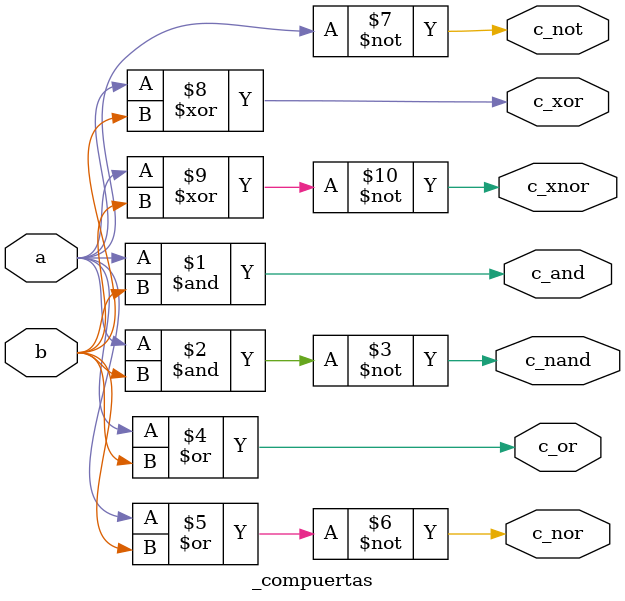
<source format=v>
module _compuertas(input a, input b, output c_and,  output c_nand, output c_or, output c_nor,output c_not, output c_xor,output c_xnor);
//2.Definen cables o componentes internos
//NA
//3.Asignaciones, instancias, conexiones

assign c_and = a & b;
assign c_nand = ~(a & b);
assign c_or = a | b;
assign c_nor = ~(a | b);
assign c_not = ~a;
assign c_xor = a ^ b;
assign c_xnor = ~(a ^ b);


endmodule

</source>
